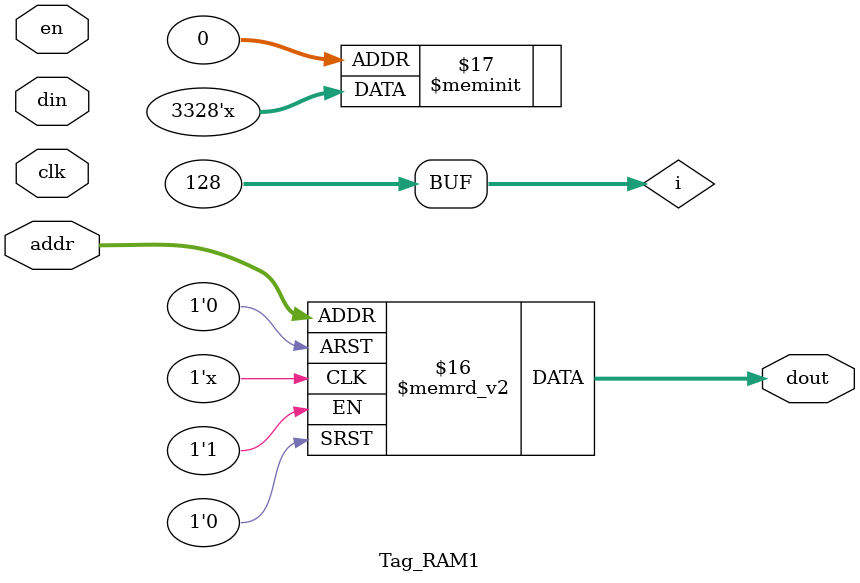
<source format=v>
`timescale 1ns / 1ps


module Tag_RAM1(
    input wire clk,//clock
    input wire en,//enable
    input wire [6:0] addr,// index
    input wire [25:0] din,//data write in
    output reg [25:0] dout//data read out
    );
    
    reg [25:0] cache_tag_way1[0:127];
    integer i;
    
    //memory initial
    initial begin
        for(i = 0;i < 128;i = i + 1) begin
            cache_tag_way1[i] = 128'b0;
        end
        //$readmemh("D:/XilinxData/ComputerOrganization/Experiment_05/vga_debugger.mem",cache_tag_way1);//?
    end
    
    //read and write  data to cache
    
    always @ (clk)  begin
        dout <= cache_tag_way1[addr];// 用组合逻辑会更好？
        if(en == 1'b1) begin // this more right?
            cache_tag_way1[addr] <= din;
        end
    end
endmodule

</source>
